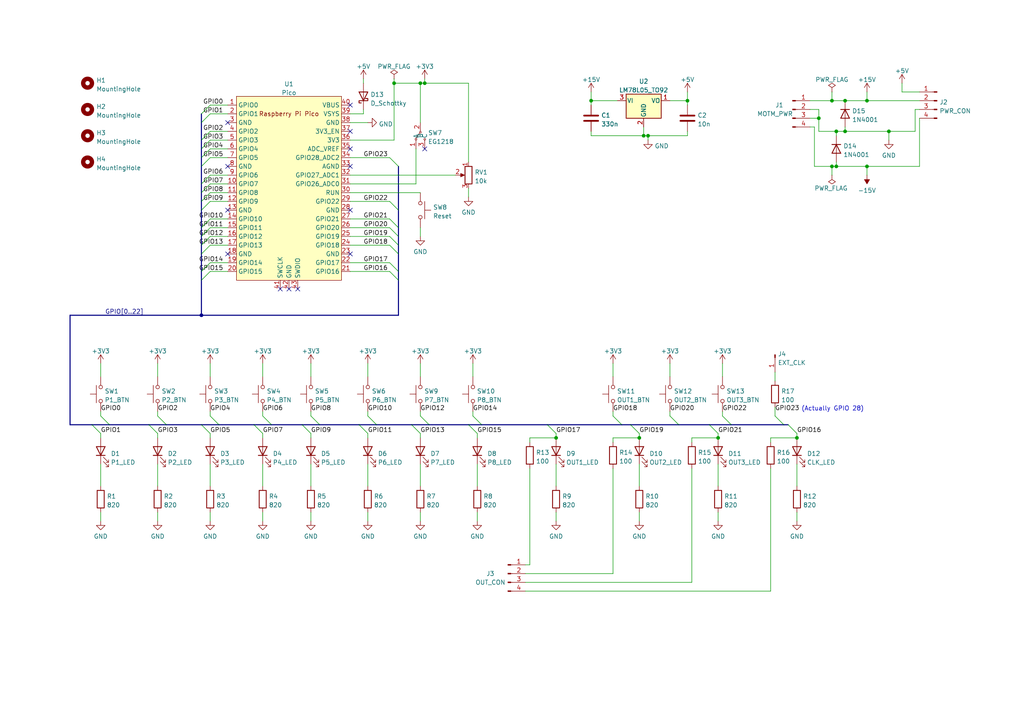
<source format=kicad_sch>
(kicad_sch (version 20211123) (generator eeschema)
  (paper "A4")
  (lib_symbols
    (symbol "Connector:Conn_01x01_Male" (pin_names (offset 1.016) hide)
      (property "Reference" "J" (at 0 2.54 0))
      (property "Value" "Conn_01x01_Male" (at 0 -2.54 0))
      (symbol "Conn_01x01_Male_1_1"
        (polyline (pts (xy 1.27 0) (xy 0.8636 0)) (stroke (width 0.1524)))
        (rectangle (start 0.8636 0.127) (end 0 -0.127) (stroke (width 0.1524)) (fill (type outline)))
        (pin passive line (at 5.08 0 180) (length 3.81) (name "Pin_1") (number "1"))
      )
    )
    (symbol "Connector:Conn_01x04_Male" (pin_names (offset 1.016) hide)
      (property "Reference" "J" (at 0 5.08 0))
      (property "Value" "Conn_01x04_Male" (at 0 -7.62 0))
      (symbol "Conn_01x04_Male_1_1"
        (polyline (pts (xy 1.27 -5.08) (xy 0.8636 -5.08)) (stroke (width 0.1524)))
        (polyline (pts (xy 1.27 -2.54) (xy 0.8636 -2.54)) (stroke (width 0.1524)))
        (polyline (pts (xy 1.27 0) (xy 0.8636 0)) (stroke (width 0.1524)))
        (polyline (pts (xy 1.27 2.54) (xy 0.8636 2.54)) (stroke (width 0.1524)))
        (rectangle (start 0.8636 -4.953) (end 0 -5.207) (stroke (width 0.1524)) (fill (type outline)))
        (rectangle (start 0.8636 -2.413) (end 0 -2.667) (stroke (width 0.1524)) (fill (type outline)))
        (rectangle (start 0.8636 0.127) (end 0 -0.127) (stroke (width 0.1524)) (fill (type outline)))
        (rectangle (start 0.8636 2.667) (end 0 2.413) (stroke (width 0.1524)) (fill (type outline)))
        (pin passive line (at 5.08 2.54 180) (length 3.81) (name "Pin_1") (number "1"))
        (pin passive line (at 5.08 0 180) (length 3.81) (name "Pin_2") (number "2"))
        (pin passive line (at 5.08 -2.54 180) (length 3.81) (name "Pin_3") (number "3"))
        (pin passive line (at 5.08 -5.08 180) (length 3.81) (name "Pin_4") (number "4"))
      )
    )
    (symbol "Device:C" (pin_numbers hide) (pin_names (offset 0.254))
      (property "Reference" "C" (at 0.635 2.54 0))
      (property "Value" "C" (at 0.635 -2.54 0))
      (symbol "C_0_1"
        (polyline (pts (xy -2.032 -0.762) (xy 2.032 -0.762)) (stroke (width 0.508)))
        (polyline (pts (xy -2.032 0.762) (xy 2.032 0.762)) (stroke (width 0.508)))
      )
      (symbol "C_1_1"
        (pin passive line (at 0 3.81 270) (length 2.794) (name "~") (number "1"))
        (pin passive line (at 0 -3.81 90) (length 2.794) (name "~") (number "2"))
      )
    )
    (symbol "Device:D" (pin_numbers hide) (pin_names (offset 1.016) hide)
      (property "Reference" "D" (at 0 2.54 0))
      (property "Value" "D" (at 0 -2.54 0))
      (symbol "D_0_1"
        (polyline (pts (xy -1.27 1.27) (xy -1.27 -1.27)) (stroke (width 0.254)))
        (polyline (pts (xy 1.27 0) (xy -1.27 0)))
        (polyline (pts (xy 1.27 1.27) (xy 1.27 -1.27) (xy -1.27 0) (xy 1.27 1.27)) (stroke (width 0.254)))
      )
      (symbol "D_1_1"
        (pin passive line (at -3.81 0 0) (length 2.54) (name "K") (number "1"))
        (pin passive line (at 3.81 0 180) (length 2.54) (name "A") (number "2"))
      )
    )
    (symbol "Device:D_Schottky" (pin_numbers hide) (pin_names (offset 1.016) hide)
      (property "Reference" "D" (at 0 2.54 0))
      (property "Value" "D_Schottky" (at 0 -2.54 0))
      (symbol "D_Schottky_0_1"
        (polyline (pts (xy 1.27 0) (xy -1.27 0)))
        (polyline (pts (xy 1.27 1.27) (xy 1.27 -1.27) (xy -1.27 0) (xy 1.27 1.27)) (stroke (width 0.254)))
        (polyline (pts (xy -1.905 0.635) (xy -1.905 1.27) (xy -1.27 1.27) (xy -1.27 -1.27) (xy -0.635 -1.27) (xy -0.635 -0.635)) (stroke (width 0.254)))
      )
      (symbol "D_Schottky_1_1"
        (pin passive line (at -3.81 0 0) (length 2.54) (name "K") (number "1"))
        (pin passive line (at 3.81 0 180) (length 2.54) (name "A") (number "2"))
      )
    )
    (symbol "Device:LED" (pin_numbers hide) (pin_names (offset 1.016) hide)
      (property "Reference" "D" (at 0 2.54 0))
      (property "Value" "LED" (at 0 -2.54 0))
      (symbol "LED_0_1"
        (polyline (pts (xy -1.27 -1.27) (xy -1.27 1.27)) (stroke (width 0.254)))
        (polyline (pts (xy -1.27 0) (xy 1.27 0)))
        (polyline (pts (xy 1.27 -1.27) (xy 1.27 1.27) (xy -1.27 0) (xy 1.27 -1.27)) (stroke (width 0.254)))
        (polyline (pts (xy -3.048 -0.762) (xy -4.572 -2.286) (xy -3.81 -2.286) (xy -4.572 -2.286) (xy -4.572 -1.524)))
        (polyline (pts (xy -1.778 -0.762) (xy -3.302 -2.286) (xy -2.54 -2.286) (xy -3.302 -2.286) (xy -3.302 -1.524)))
      )
      (symbol "LED_1_1"
        (pin passive line (at -3.81 0 0) (length 2.54) (name "K") (number "1"))
        (pin passive line (at 3.81 0 180) (length 2.54) (name "A") (number "2"))
      )
    )
    (symbol "Device:R" (pin_numbers hide) (pin_names (offset 0))
      (property "Reference" "R" (at 2.032 0 90))
      (property "Value" "R" (at 0 0 90))
      (symbol "R_0_1"
        (rectangle (start -1.016 -2.54) (end 1.016 2.54) (stroke (width 0.254)))
      )
      (symbol "R_1_1"
        (pin passive line (at 0 3.81 270) (length 1.27) (name "~") (number "1"))
        (pin passive line (at 0 -3.81 90) (length 1.27) (name "~") (number "2"))
      )
    )
    (symbol "Device:R_Potentiometer" (pin_names (offset 1.016) hide)
      (property "Reference" "RV" (at -4.445 0 90))
      (property "Value" "R_Potentiometer" (at -2.54 0 90))
      (symbol "R_Potentiometer_0_1"
        (polyline (pts (xy 2.54 0) (xy 1.524 0)))
        (polyline (pts (xy 1.143 0) (xy 2.286 0.508) (xy 2.286 -0.508) (xy 1.143 0)) (fill (type outline)))
        (rectangle (start 1.016 2.54) (end -1.016 -2.54) (stroke (width 0.254)))
      )
      (symbol "R_Potentiometer_1_1"
        (pin passive line (at 0 3.81 270) (length 1.27) (name "1") (number "1"))
        (pin passive line (at 3.81 0 180) (length 1.27) (name "2") (number "2"))
        (pin passive line (at 0 -3.81 90) (length 1.27) (name "3") (number "3"))
      )
    )
    (symbol "MCU_RaspberryPi_and_Boards:Pico"
      (property "Reference" "U" (at -13.97 27.94 0))
      (property "Value" "Pico" (at 0 19.05 0))
      (symbol "Pico_0_0"
        (text "Raspberry Pi Pico" (at 0 21.59 0) (effects (font (size 1.27 1.27))))
      )
      (symbol "Pico_0_1"
        (rectangle (start -15.24 26.67) (end 15.24 -26.67) (fill (type background)))
      )
      (symbol "Pico_1_1"
        (pin bidirectional line (at -17.78 24.13 0) (length 2.54) (name "GPIO0") (number "1"))
        (pin bidirectional line (at -17.78 1.27 0) (length 2.54) (name "GPIO7") (number "10"))
        (pin bidirectional line (at -17.78 -1.27 0) (length 2.54) (name "GPIO8") (number "11"))
        (pin bidirectional line (at -17.78 -3.81 0) (length 2.54) (name "GPIO9") (number "12"))
        (pin power_in line (at -17.78 -6.35 0) (length 2.54) (name "GND") (number "13"))
        (pin bidirectional line (at -17.78 -8.89 0) (length 2.54) (name "GPIO10") (number "14"))
        (pin bidirectional line (at -17.78 -11.43 0) (length 2.54) (name "GPIO11") (number "15"))
        (pin bidirectional line (at -17.78 -13.97 0) (length 2.54) (name "GPIO12") (number "16"))
        (pin bidirectional line (at -17.78 -16.51 0) (length 2.54) (name "GPIO13") (number "17"))
        (pin power_in line (at -17.78 -19.05 0) (length 2.54) (name "GND") (number "18"))
        (pin bidirectional line (at -17.78 -21.59 0) (length 2.54) (name "GPIO14") (number "19"))
        (pin bidirectional line (at -17.78 21.59 0) (length 2.54) (name "GPIO1") (number "2"))
        (pin bidirectional line (at -17.78 -24.13 0) (length 2.54) (name "GPIO15") (number "20"))
        (pin bidirectional line (at 17.78 -24.13 180) (length 2.54) (name "GPIO16") (number "21"))
        (pin bidirectional line (at 17.78 -21.59 180) (length 2.54) (name "GPIO17") (number "22"))
        (pin power_in line (at 17.78 -19.05 180) (length 2.54) (name "GND") (number "23"))
        (pin bidirectional line (at 17.78 -16.51 180) (length 2.54) (name "GPIO18") (number "24"))
        (pin bidirectional line (at 17.78 -13.97 180) (length 2.54) (name "GPIO19") (number "25"))
        (pin bidirectional line (at 17.78 -11.43 180) (length 2.54) (name "GPIO20") (number "26"))
        (pin bidirectional line (at 17.78 -8.89 180) (length 2.54) (name "GPIO21") (number "27"))
        (pin power_in line (at 17.78 -6.35 180) (length 2.54) (name "GND") (number "28"))
        (pin bidirectional line (at 17.78 -3.81 180) (length 2.54) (name "GPIO22") (number "29"))
        (pin power_in line (at -17.78 19.05 0) (length 2.54) (name "GND") (number "3"))
        (pin input line (at 17.78 -1.27 180) (length 2.54) (name "RUN") (number "30"))
        (pin bidirectional line (at 17.78 1.27 180) (length 2.54) (name "GPIO26_ADC0") (number "31"))
        (pin bidirectional line (at 17.78 3.81 180) (length 2.54) (name "GPIO27_ADC1") (number "32"))
        (pin power_in line (at 17.78 6.35 180) (length 2.54) (name "AGND") (number "33"))
        (pin bidirectional line (at 17.78 8.89 180) (length 2.54) (name "GPIO28_ADC2") (number "34"))
        (pin power_in line (at 17.78 11.43 180) (length 2.54) (name "ADC_VREF") (number "35"))
        (pin power_in line (at 17.78 13.97 180) (length 2.54) (name "3V3") (number "36"))
        (pin input line (at 17.78 16.51 180) (length 2.54) (name "3V3_EN") (number "37"))
        (pin bidirectional line (at 17.78 19.05 180) (length 2.54) (name "GND") (number "38"))
        (pin power_in line (at 17.78 21.59 180) (length 2.54) (name "VSYS") (number "39"))
        (pin bidirectional line (at -17.78 16.51 0) (length 2.54) (name "GPIO2") (number "4"))
        (pin power_in line (at 17.78 24.13 180) (length 2.54) (name "VBUS") (number "40"))
        (pin input line (at -2.54 -29.21 90) (length 2.54) (name "SWCLK") (number "41"))
        (pin power_in line (at 0 -29.21 90) (length 2.54) (name "GND") (number "42"))
        (pin bidirectional line (at 2.54 -29.21 90) (length 2.54) (name "SWDIO") (number "43"))
        (pin bidirectional line (at -17.78 13.97 0) (length 2.54) (name "GPIO3") (number "5"))
        (pin bidirectional line (at -17.78 11.43 0) (length 2.54) (name "GPIO4") (number "6"))
        (pin bidirectional line (at -17.78 8.89 0) (length 2.54) (name "GPIO5") (number "7"))
        (pin power_in line (at -17.78 6.35 0) (length 2.54) (name "GND") (number "8"))
        (pin bidirectional line (at -17.78 3.81 0) (length 2.54) (name "GPIO6") (number "9"))
      )
    )
    (symbol "Mechanical:MountingHole" (pin_names (offset 1.016))
      (property "Reference" "H" (at 0 5.08 0))
      (property "Value" "MountingHole" (at 0 3.175 0))
      (symbol "MountingHole_0_1"
        (circle (center 0 0) (radius 1.27) (stroke (width 1.27)))
      )
    )
    (symbol "Regulator_Linear:LM78L05_TO92" (pin_names (offset 0.254))
      (property "Reference" "U" (at -3.81 3.175 0))
      (property "Value" "LM78L05_TO92" (at 0 3.175 0))
      (symbol "LM78L05_TO92_0_1"
        (rectangle (start -5.08 -5.08) (end 5.08 1.905) (stroke (width 0.254)) (fill (type background)))
      )
      (symbol "LM78L05_TO92_1_1"
        (pin power_out line (at 7.62 0 180) (length 2.54) (name "VO") (number "1"))
        (pin power_in line (at 0 -7.62 90) (length 2.54) (name "GND") (number "2"))
        (pin power_in line (at -7.62 0 0) (length 2.54) (name "VI") (number "3"))
      )
    )
    (symbol "Switch:SW_Push" (pin_numbers hide) (pin_names (offset 1.016) hide)
      (property "Reference" "SW" (at 1.27 2.54 0))
      (property "Value" "SW_Push" (at 0 -1.524 0))
      (symbol "SW_Push_0_1"
        (circle (center -2.032 0) (radius 0.508))
        (polyline (pts (xy 0 1.27) (xy 0 3.048)))
        (polyline (pts (xy 2.54 1.27) (xy -2.54 1.27)))
        (circle (center 2.032 0) (radius 0.508))
        (pin passive line (at -5.08 0 0) (length 2.54) (name "1") (number "1"))
        (pin passive line (at 5.08 0 180) (length 2.54) (name "2") (number "2"))
      )
    )
    (symbol "power:+15V" (power) (pin_names (offset 0))
      (property "Value" "+15V" (at 0 3.556 0))
      (symbol "+15V_0_1"
        (polyline (pts (xy -0.762 1.27) (xy 0 2.54)))
        (polyline (pts (xy 0 0) (xy 0 2.54)))
        (polyline (pts (xy 0 2.54) (xy 0.762 1.27)))
      )
      (symbol "+15V_1_1"
        (pin power_in line (at 0 0 90) (length 0) hide (name "+15V") (number "1"))
      )
    )
    (symbol "power:+3V3" (power) (pin_names (offset 0))
      (property "Value" "+3V3" (at 0 3.556 0))
      (symbol "+3V3_0_1"
        (polyline (pts (xy -0.762 1.27) (xy 0 2.54)))
        (polyline (pts (xy 0 0) (xy 0 2.54)))
        (polyline (pts (xy 0 2.54) (xy 0.762 1.27)))
      )
      (symbol "+3V3_1_1"
        (pin power_in line (at 0 0 90) (length 0) hide (name "+3V3") (number "1"))
      )
    )
    (symbol "power:+5V" (power) (pin_names (offset 0))
      (property "Value" "+5V" (at 0 3.556 0))
      (symbol "+5V_0_1"
        (polyline (pts (xy -0.762 1.27) (xy 0 2.54)))
        (polyline (pts (xy 0 0) (xy 0 2.54)))
        (polyline (pts (xy 0 2.54) (xy 0.762 1.27)))
      )
      (symbol "+5V_1_1"
        (pin power_in line (at 0 0 90) (length 0) hide (name "+5V") (number "1"))
      )
    )
    (symbol "power:-15V" (power) (pin_names (offset 0))
      (property "Value" "-15V" (at 0 3.81 0))
      (symbol "-15V_0_0"
        (pin power_in line (at 0 0 90) (length 0) hide (name "-15V") (number "1"))
      )
      (symbol "-15V_0_1"
        (polyline (pts (xy 0 0) (xy 0 1.27) (xy 0.762 1.27) (xy 0 2.54) (xy -0.762 1.27) (xy 0 1.27)) (fill (type outline)))
      )
    )
    (symbol "power:GND" (power) (pin_names (offset 0))
      (property "Value" "GND" (at 0 -3.81 0))
      (symbol "GND_0_1"
        (polyline (pts (xy 0 0) (xy 0 -1.27) (xy 1.27 -1.27) (xy 0 -2.54) (xy -1.27 -1.27) (xy 0 -1.27)))
      )
      (symbol "GND_1_1"
        (pin power_in line (at 0 0 270) (length 0) hide (name "GND") (number "1"))
      )
    )
    (symbol "power:PWR_FLAG" (power) (pin_numbers hide) (pin_names (offset 0) hide)
      (property "Value" "PWR_FLAG" (at 0 3.81 0))
      (symbol "PWR_FLAG_0_0"
        (pin power_out line (at 0 0 90) (length 0) (name "pwr") (number "1"))
      )
      (symbol "PWR_FLAG_0_1"
        (polyline (pts (xy 0 0) (xy 0 1.27) (xy -1.016 1.905) (xy 0 2.54) (xy 1.016 1.905) (xy 0 1.27)))
      )
    )
    (symbol "slide-switch:EG1218"
      (property "Reference" "SW" (at 0 3.302 0))
      (property "Value" "EG1218" (at 0 -2.54 0))
      (symbol "EG1218_0_1"
        (circle (center -1.016 -1.27) (radius 0.254) (stroke (width 0.1524)))
        (circle (center -1.016 1.27) (radius 0.254) (stroke (width 0.1524)))
        (polyline (pts (xy 0.762 0.254) (xy -0.762 1.27)) (stroke (width 0.1524)))
        (circle (center 1.016 0) (radius 0.254) (stroke (width 0.1524)))
      )
      (symbol "EG1218_1_1"
        (pin passive line (at -3.81 1.27 0) (length 2.54) (name "A") (number "1"))
        (pin passive line (at 3.81 0 180) (length 2.54) (name "B") (number "2"))
        (pin passive line (at -3.81 -1.27 0) (length 2.54) (name "C") (number "3"))
      )
    )
  )
  (junction (at 58.42 91.44))
  (junction (at 242.57 38.1))
  (junction (at 251.46 48.26))
  (junction (at 241.3 29.21))
  (junction (at 237.49 34.29))
  (junction (at 161.29 127))
  (junction (at 187.96 39.37))
  (junction (at 231.14 127))
  (junction (at 171.45 29.21))
  (junction (at 241.3 48.26))
  (junction (at 245.11 29.21))
  (junction (at 199.39 29.21))
  (junction (at 257.81 38.1))
  (junction (at 123.19 24.13))
  (junction (at 251.46 29.21))
  (junction (at 242.57 48.26))
  (junction (at 186.69 39.37))
  (junction (at 121.92 24.13))
  (junction (at 185.42 127))
  (junction (at 208.28 127))
  (junction (at 245.11 38.1))
  (junction (at 114.3 24.13))
  (no_connect (at 86.36 83.82))
  (no_connect (at 81.28 83.82))
  (no_connect (at 83.82 83.82))
  (no_connect (at 123.19 43.18))
  (no_connect (at 66.04 60.96))
  (no_connect (at 66.04 73.66))
  (no_connect (at 101.6 73.66))
  (no_connect (at 101.6 60.96))
  (no_connect (at 66.04 48.26))
  (no_connect (at 66.04 35.56))
  (no_connect (at 101.6 38.1))
  (no_connect (at 101.6 43.18))
  (no_connect (at 101.6 48.26))
  (no_connect (at 101.6 30.48))
  (bus_entry (at 113.03 78.74) (size 2.54 2.54))
  (bus_entry (at 113.03 68.58) (size 2.54 2.54))
  (bus_entry (at 113.03 71.12) (size 2.54 2.54))
  (bus_entry (at 113.03 76.2) (size 2.54 2.54))
  (bus_entry (at 113.03 58.42) (size 2.54 2.54))
  (bus_entry (at 113.03 63.5) (size 2.54 2.54))
  (bus_entry (at 113.03 66.04) (size 2.54 2.54))
  (bus_entry (at 106.68 125.73) (size -2.54 -2.54))
  (bus_entry (at 29.21 125.73) (size -2.54 -2.54))
  (bus_entry (at 60.96 125.73) (size -2.54 -2.54))
  (bus_entry (at 45.72 125.73) (size -2.54 -2.54))
  (bus_entry (at 90.17 125.73) (size -2.54 -2.54))
  (bus_entry (at 76.2 125.73) (size -2.54 -2.54))
  (bus_entry (at 138.43 125.73) (size -2.54 -2.54))
  (bus_entry (at 121.92 125.73) (size -2.54 -2.54))
  (bus_entry (at 224.79 120.65) (size 2.54 2.54))
  (bus_entry (at 205.74 123.19) (size 2.54 2.54))
  (bus_entry (at 228.6 123.19) (size 2.54 2.54))
  (bus_entry (at 158.75 123.19) (size 2.54 2.54))
  (bus_entry (at 182.88 123.19) (size 2.54 2.54))
  (bus_entry (at 194.31 120.65) (size 2.54 2.54))
  (bus_entry (at 177.8 120.65) (size 2.54 2.54))
  (bus_entry (at 209.55 120.65) (size 2.54 2.54))
  (bus_entry (at 113.03 45.72) (size 2.54 2.54))
  (bus_entry (at 76.2 120.65) (size 2.54 2.54))
  (bus_entry (at 90.17 120.65) (size 2.54 2.54))
  (bus_entry (at 106.68 120.65) (size 2.54 2.54))
  (bus_entry (at 60.96 120.65) (size 2.54 2.54))
  (bus_entry (at 45.72 120.65) (size 2.54 2.54))
  (bus_entry (at 137.16 120.65) (size 2.54 2.54))
  (bus_entry (at 121.92 120.65) (size 2.54 2.54))
  (bus_entry (at 29.21 120.65) (size 2.54 2.54))
  (bus_entry (at 58.42 40.64) (size 2.54 -2.54))
  (bus_entry (at 58.42 43.18) (size 2.54 -2.54))
  (bus_entry (at 58.42 45.72) (size 2.54 -2.54))
  (bus_entry (at 58.42 48.26) (size 2.54 -2.54))
  (bus_entry (at 58.42 53.34) (size 2.54 -2.54))
  (bus_entry (at 58.42 55.88) (size 2.54 -2.54))
  (bus_entry (at 58.42 33.02) (size 2.54 -2.54))
  (bus_entry (at 58.42 35.56) (size 2.54 -2.54))
  (bus_entry (at 58.42 66.04) (size 2.54 -2.54))
  (bus_entry (at 58.42 68.58) (size 2.54 -2.54))
  (bus_entry (at 58.42 71.12) (size 2.54 -2.54))
  (bus_entry (at 58.42 73.66) (size 2.54 -2.54))
  (bus_entry (at 58.42 78.74) (size 2.54 -2.54))
  (bus_entry (at 58.42 81.28) (size 2.54 -2.54))
  (bus_entry (at 58.42 58.42) (size 2.54 -2.54))
  (bus_entry (at 58.42 60.96) (size 2.54 -2.54))
  (wire (pts (xy 45.72 125.73) (xy 45.72 127)))
  (wire (pts (xy 121.92 119.38) (xy 121.92 120.65)))
  (wire (pts (xy 60.96 148.59) (xy 60.96 151.13)))
  (bus (pts (xy 58.42 60.96) (xy 58.42 66.04)))
  (wire (pts (xy 153.67 128.27) (xy 153.67 127)))
  (wire (pts (xy 199.39 29.21) (xy 199.39 30.48)))
  (bus (pts (xy 58.42 40.64) (xy 58.42 43.18)))
  (wire (pts (xy 121.92 148.59) (xy 121.92 151.13)))
  (wire (pts (xy 106.68 125.73) (xy 106.68 127)))
  (bus (pts (xy 92.71 123.19) (xy 104.14 123.19)))
  (wire (pts (xy 236.22 36.83) (xy 236.22 48.26)))
  (wire (pts (xy 224.79 118.11) (xy 224.79 120.65)))
  (wire (pts (xy 223.52 127) (xy 231.14 127)))
  (bus (pts (xy 58.42 78.74) (xy 58.42 81.28)))
  (wire (pts (xy 60.96 71.12) (xy 66.04 71.12)))
  (wire (pts (xy 265.43 38.1) (xy 265.43 31.75)))
  (wire (pts (xy 29.21 119.38) (xy 29.21 120.65)))
  (wire (pts (xy 209.55 105.41) (xy 209.55 109.22)))
  (bus (pts (xy 58.42 58.42) (xy 58.42 60.96)))
  (bus (pts (xy 212.09 123.19) (xy 227.33 123.19)))
  (wire (pts (xy 241.3 48.26) (xy 242.57 48.26)))
  (wire (pts (xy 200.66 168.91) (xy 152.4 168.91)))
  (wire (pts (xy 101.6 78.74) (xy 113.03 78.74)))
  (wire (pts (xy 60.96 43.18) (xy 66.04 43.18)))
  (bus (pts (xy 48.26 123.19) (xy 58.42 123.19)))
  (bus (pts (xy 58.42 33.02) (xy 58.42 35.56)))
  (wire (pts (xy 177.8 119.38) (xy 177.8 120.65)))
  (wire (pts (xy 208.28 125.73) (xy 208.28 127)))
  (bus (pts (xy 109.22 123.19) (xy 119.38 123.19)))
  (wire (pts (xy 261.62 26.67) (xy 266.7 26.67)))
  (wire (pts (xy 200.66 127) (xy 208.28 127)))
  (wire (pts (xy 90.17 119.38) (xy 90.17 120.65)))
  (wire (pts (xy 106.68 105.41) (xy 106.68 109.22)))
  (bus (pts (xy 124.46 123.19) (xy 135.89 123.19)))
  (wire (pts (xy 45.72 105.41) (xy 45.72 109.22)))
  (wire (pts (xy 177.8 127) (xy 185.42 127)))
  (wire (pts (xy 60.96 119.38) (xy 60.96 120.65)))
  (wire (pts (xy 209.55 119.38) (xy 209.55 120.65)))
  (wire (pts (xy 224.79 107.95) (xy 224.79 110.49)))
  (wire (pts (xy 194.31 29.21) (xy 199.39 29.21)))
  (wire (pts (xy 90.17 125.73) (xy 90.17 127)))
  (wire (pts (xy 76.2 148.59) (xy 76.2 151.13)))
  (bus (pts (xy 182.88 123.19) (xy 196.85 123.19)))
  (bus (pts (xy 73.66 123.19) (xy 78.74 123.19)))
  (wire (pts (xy 60.96 38.1) (xy 66.04 38.1)))
  (wire (pts (xy 199.39 29.21) (xy 199.39 26.67)))
  (wire (pts (xy 171.45 26.67) (xy 171.45 29.21)))
  (wire (pts (xy 60.96 33.02) (xy 66.04 33.02)))
  (wire (pts (xy 177.8 105.41) (xy 177.8 109.22)))
  (bus (pts (xy 180.34 123.19) (xy 182.88 123.19)))
  (wire (pts (xy 231.14 148.59) (xy 231.14 151.13)))
  (wire (pts (xy 60.96 134.62) (xy 60.96 140.97)))
  (wire (pts (xy 76.2 134.62) (xy 76.2 140.97)))
  (wire (pts (xy 251.46 26.67) (xy 251.46 29.21)))
  (wire (pts (xy 137.16 105.41) (xy 137.16 109.22)))
  (bus (pts (xy 20.32 123.19) (xy 26.67 123.19)))
  (wire (pts (xy 223.52 135.89) (xy 223.52 171.45)))
  (bus (pts (xy 63.5 123.19) (xy 73.66 123.19)))
  (wire (pts (xy 171.45 38.1) (xy 171.45 39.37)))
  (wire (pts (xy 194.31 105.41) (xy 194.31 109.22)))
  (wire (pts (xy 123.19 24.13) (xy 123.19 22.86)))
  (bus (pts (xy 119.38 123.19) (xy 124.46 123.19)))
  (wire (pts (xy 29.21 105.41) (xy 29.21 109.22)))
  (wire (pts (xy 60.96 58.42) (xy 66.04 58.42)))
  (wire (pts (xy 234.95 31.75) (xy 237.49 31.75)))
  (wire (pts (xy 121.92 24.13) (xy 121.92 35.56)))
  (wire (pts (xy 114.3 22.86) (xy 114.3 24.13)))
  (wire (pts (xy 185.42 134.62) (xy 185.42 140.97)))
  (wire (pts (xy 161.29 134.62) (xy 161.29 140.97)))
  (wire (pts (xy 231.14 125.73) (xy 231.14 127)))
  (bus (pts (xy 58.42 48.26) (xy 58.42 53.34)))
  (wire (pts (xy 208.28 134.62) (xy 208.28 140.97)))
  (wire (pts (xy 60.96 66.04) (xy 66.04 66.04)))
  (wire (pts (xy 177.8 128.27) (xy 177.8 127)))
  (wire (pts (xy 200.66 135.89) (xy 200.66 168.91)))
  (wire (pts (xy 121.92 66.04) (xy 121.92 68.58)))
  (wire (pts (xy 251.46 29.21) (xy 245.11 29.21)))
  (bus (pts (xy 58.42 66.04) (xy 58.42 68.58)))
  (wire (pts (xy 105.41 31.75) (xy 105.41 33.02)))
  (bus (pts (xy 26.67 123.19) (xy 31.75 123.19)))
  (bus (pts (xy 139.7 123.19) (xy 158.75 123.19)))
  (bus (pts (xy 115.57 48.26) (xy 115.57 60.96)))
  (wire (pts (xy 90.17 105.41) (xy 90.17 109.22)))
  (wire (pts (xy 186.69 39.37) (xy 187.96 39.37)))
  (bus (pts (xy 58.42 81.28) (xy 58.42 91.44)))
  (wire (pts (xy 60.96 68.58) (xy 66.04 68.58)))
  (wire (pts (xy 138.43 134.62) (xy 138.43 140.97)))
  (wire (pts (xy 101.6 40.64) (xy 114.3 40.64)))
  (wire (pts (xy 171.45 39.37) (xy 186.69 39.37)))
  (wire (pts (xy 237.49 34.29) (xy 237.49 38.1)))
  (wire (pts (xy 194.31 119.38) (xy 194.31 120.65)))
  (wire (pts (xy 242.57 38.1) (xy 242.57 39.37)))
  (wire (pts (xy 234.95 36.83) (xy 236.22 36.83)))
  (wire (pts (xy 242.57 46.99) (xy 242.57 48.26)))
  (wire (pts (xy 236.22 48.26) (xy 241.3 48.26)))
  (wire (pts (xy 29.21 134.62) (xy 29.21 140.97)))
  (wire (pts (xy 101.6 58.42) (xy 113.03 58.42)))
  (wire (pts (xy 60.96 45.72) (xy 66.04 45.72)))
  (wire (pts (xy 121.92 125.73) (xy 121.92 127)))
  (wire (pts (xy 45.72 119.38) (xy 45.72 120.65)))
  (wire (pts (xy 199.39 38.1) (xy 199.39 39.37)))
  (wire (pts (xy 101.6 76.2) (xy 113.03 76.2)))
  (wire (pts (xy 135.89 24.13) (xy 135.89 46.99)))
  (wire (pts (xy 199.39 39.37) (xy 187.96 39.37)))
  (wire (pts (xy 177.8 135.89) (xy 177.8 166.37)))
  (bus (pts (xy 20.32 91.44) (xy 20.32 123.19)))
  (wire (pts (xy 251.46 48.26) (xy 251.46 50.8)))
  (bus (pts (xy 227.33 123.19) (xy 228.6 123.19)))
  (wire (pts (xy 60.96 105.41) (xy 60.96 109.22)))
  (bus (pts (xy 58.42 43.18) (xy 58.42 45.72)))
  (wire (pts (xy 101.6 71.12) (xy 113.03 71.12)))
  (wire (pts (xy 90.17 148.59) (xy 90.17 151.13)))
  (wire (pts (xy 45.72 134.62) (xy 45.72 140.97)))
  (wire (pts (xy 257.81 38.1) (xy 257.81 40.64)))
  (bus (pts (xy 43.18 123.19) (xy 48.26 123.19)))
  (wire (pts (xy 76.2 119.38) (xy 76.2 120.65)))
  (wire (pts (xy 123.19 24.13) (xy 135.89 24.13)))
  (wire (pts (xy 106.68 119.38) (xy 106.68 120.65)))
  (wire (pts (xy 90.17 134.62) (xy 90.17 140.97)))
  (bus (pts (xy 58.42 68.58) (xy 58.42 71.12)))
  (wire (pts (xy 120.65 53.34) (xy 120.65 43.18)))
  (wire (pts (xy 101.6 55.88) (xy 121.92 55.88)))
  (wire (pts (xy 76.2 125.73) (xy 76.2 127)))
  (bus (pts (xy 58.42 53.34) (xy 58.42 55.88)))
  (wire (pts (xy 223.52 171.45) (xy 152.4 171.45)))
  (wire (pts (xy 106.68 148.59) (xy 106.68 151.13)))
  (wire (pts (xy 60.96 78.74) (xy 66.04 78.74)))
  (bus (pts (xy 78.74 123.19) (xy 87.63 123.19)))
  (bus (pts (xy 158.75 123.19) (xy 180.34 123.19)))
  (wire (pts (xy 237.49 31.75) (xy 237.49 34.29)))
  (wire (pts (xy 234.95 29.21) (xy 241.3 29.21)))
  (bus (pts (xy 115.57 78.74) (xy 115.57 81.28)))
  (bus (pts (xy 58.42 73.66) (xy 58.42 78.74)))
  (wire (pts (xy 106.68 134.62) (xy 106.68 140.97)))
  (wire (pts (xy 171.45 29.21) (xy 171.45 30.48)))
  (wire (pts (xy 101.6 35.56) (xy 106.68 35.56)))
  (wire (pts (xy 251.46 29.21) (xy 266.7 29.21)))
  (bus (pts (xy 115.57 66.04) (xy 115.57 68.58)))
  (wire (pts (xy 135.89 54.61) (xy 135.89 57.15)))
  (wire (pts (xy 186.69 36.83) (xy 186.69 39.37)))
  (wire (pts (xy 60.96 63.5) (xy 66.04 63.5)))
  (wire (pts (xy 101.6 68.58) (xy 113.03 68.58)))
  (wire (pts (xy 223.52 128.27) (xy 223.52 127)))
  (wire (pts (xy 153.67 127) (xy 161.29 127)))
  (wire (pts (xy 177.8 166.37) (xy 152.4 166.37)))
  (bus (pts (xy 135.89 123.19) (xy 139.7 123.19)))
  (wire (pts (xy 60.96 40.64) (xy 66.04 40.64)))
  (wire (pts (xy 60.96 125.73) (xy 60.96 127)))
  (wire (pts (xy 185.42 125.73) (xy 185.42 127)))
  (wire (pts (xy 60.96 76.2) (xy 66.04 76.2)))
  (wire (pts (xy 245.11 29.21) (xy 241.3 29.21)))
  (wire (pts (xy 60.96 30.48) (xy 66.04 30.48)))
  (bus (pts (xy 104.14 123.19) (xy 109.22 123.19)))
  (bus (pts (xy 115.57 73.66) (xy 115.57 78.74)))
  (bus (pts (xy 87.63 123.19) (xy 92.71 123.19)))
  (bus (pts (xy 115.57 71.12) (xy 115.57 73.66)))
  (wire (pts (xy 76.2 105.41) (xy 76.2 109.22)))
  (bus (pts (xy 58.42 45.72) (xy 58.42 48.26)))
  (wire (pts (xy 138.43 148.59) (xy 138.43 151.13)))
  (bus (pts (xy 58.42 71.12) (xy 58.42 73.66)))
  (wire (pts (xy 114.3 24.13) (xy 114.3 40.64)))
  (wire (pts (xy 121.92 24.13) (xy 123.19 24.13)))
  (wire (pts (xy 60.96 50.8) (xy 66.04 50.8)))
  (wire (pts (xy 121.92 134.62) (xy 121.92 140.97)))
  (wire (pts (xy 208.28 148.59) (xy 208.28 151.13)))
  (wire (pts (xy 234.95 34.29) (xy 237.49 34.29)))
  (wire (pts (xy 152.4 163.83) (xy 153.67 163.83)))
  (bus (pts (xy 115.57 81.28) (xy 115.57 91.44)))
  (wire (pts (xy 266.7 34.29) (xy 266.7 48.26)))
  (wire (pts (xy 242.57 38.1) (xy 245.11 38.1)))
  (wire (pts (xy 101.6 63.5) (xy 113.03 63.5)))
  (wire (pts (xy 237.49 38.1) (xy 242.57 38.1)))
  (wire (pts (xy 45.72 148.59) (xy 45.72 151.13)))
  (wire (pts (xy 121.92 105.41) (xy 121.92 109.22)))
  (wire (pts (xy 245.11 38.1) (xy 257.81 38.1)))
  (wire (pts (xy 153.67 135.89) (xy 153.67 163.83)))
  (bus (pts (xy 58.42 55.88) (xy 58.42 58.42)))
  (wire (pts (xy 138.43 125.73) (xy 138.43 127)))
  (bus (pts (xy 58.42 91.44) (xy 20.32 91.44)))
  (wire (pts (xy 231.14 134.62) (xy 231.14 140.97)))
  (wire (pts (xy 114.3 24.13) (xy 121.92 24.13)))
  (wire (pts (xy 60.96 55.88) (xy 66.04 55.88)))
  (wire (pts (xy 185.42 148.59) (xy 185.42 151.13)))
  (bus (pts (xy 58.42 91.44) (xy 115.57 91.44)))
  (wire (pts (xy 161.29 125.73) (xy 161.29 127)))
  (wire (pts (xy 241.3 29.21) (xy 241.3 26.67)))
  (bus (pts (xy 31.75 123.19) (xy 43.18 123.19)))
  (wire (pts (xy 101.6 45.72) (xy 113.03 45.72)))
  (wire (pts (xy 105.41 22.86) (xy 105.41 24.13)))
  (wire (pts (xy 251.46 48.26) (xy 266.7 48.26)))
  (wire (pts (xy 137.16 119.38) (xy 137.16 120.65)))
  (wire (pts (xy 101.6 33.02) (xy 105.41 33.02)))
  (wire (pts (xy 265.43 31.75) (xy 266.7 31.75)))
  (wire (pts (xy 29.21 125.73) (xy 29.21 127)))
  (wire (pts (xy 29.21 148.59) (xy 29.21 151.13)))
  (wire (pts (xy 101.6 50.8) (xy 132.08 50.8)))
  (wire (pts (xy 171.45 29.21) (xy 179.07 29.21)))
  (wire (pts (xy 187.96 39.37) (xy 187.96 40.64)))
  (wire (pts (xy 245.11 36.83) (xy 245.11 38.1)))
  (wire (pts (xy 200.66 128.27) (xy 200.66 127)))
  (wire (pts (xy 242.57 48.26) (xy 251.46 48.26)))
  (bus (pts (xy 205.74 123.19) (xy 212.09 123.19)))
  (bus (pts (xy 58.42 123.19) (xy 63.5 123.19)))
  (bus (pts (xy 115.57 68.58) (xy 115.57 71.12)))
  (wire (pts (xy 60.96 53.34) (xy 66.04 53.34)))
  (bus (pts (xy 58.42 35.56) (xy 58.42 40.64)))
  (wire (pts (xy 261.62 24.13) (xy 261.62 26.67)))
  (wire (pts (xy 257.81 38.1) (xy 265.43 38.1)))
  (wire (pts (xy 161.29 148.59) (xy 161.29 151.13)))
  (wire (pts (xy 101.6 66.04) (xy 113.03 66.04)))
  (wire (pts (xy 101.6 53.34) (xy 120.65 53.34)))
  (bus (pts (xy 196.85 123.19) (xy 205.74 123.19)))
  (wire (pts (xy 241.3 48.26) (xy 241.3 50.8)))
  (bus (pts (xy 115.57 60.96) (xy 115.57 66.04)))
  (text "(Actually GPIO 28)" (at 232.41 119.38 0) (effects (font (size 1.27 1.27)) (justify left bottom)))
  (label "GPIO5" (at 60.96 125.73 0))
  (label "GPIO[0..22]" (at 30.48 91.44 0))
  (label "GPIO0" (at 64.77 30.48 180))
  (label "GPIO14" (at 137.16 119.38 0))
  (label "GPIO22" (at 209.55 119.38 0))
  (label "GPIO10" (at 64.77 63.5 180))
  (label "GPIO23" (at 224.79 119.38 0))
  (label "GPIO3" (at 45.72 125.73 0))
  (label "GPIO10" (at 106.68 119.38 0))
  (label "GPIO6" (at 64.77 50.8 180))
  (label "GPIO17" (at 161.29 125.73 0))
  (label "GPIO15" (at 64.77 78.74 180))
  (label "GPIO12" (at 64.77 68.58 180))
  (label "GPIO19" (at 105.41 68.58 0))
  (label "GPIO0" (at 29.21 119.38 0))
  (label "GPIO21" (at 105.41 63.5 0))
  (label "GPIO17" (at 105.41 76.2 0))
  (label "GPIO18" (at 105.41 71.12 0))
  (label "GPIO20" (at 105.41 66.04 0))
  (label "GPIO3" (at 64.77 40.64 180))
  (label "GPIO1" (at 29.21 125.73 0))
  (label "GPIO8" (at 90.17 119.38 0))
  (label "GPIO4" (at 64.77 43.18 180))
  (label "GPIO7" (at 64.77 53.34 180))
  (label "GPIO12" (at 121.92 119.38 0))
  (label "GPIO22" (at 105.41 58.42 0))
  (label "GPIO2" (at 64.77 38.1 180))
  (label "GPIO2" (at 45.72 119.38 0))
  (label "GPIO8" (at 64.77 55.88 180))
  (label "GPIO15" (at 138.43 125.73 0))
  (label "GPIO13" (at 64.77 71.12 180))
  (label "GPIO9" (at 64.77 58.42 180))
  (label "GPIO14" (at 64.77 76.2 180))
  (label "GPIO23" (at 105.41 45.72 0))
  (label "GPIO21" (at 208.28 125.73 0))
  (label "GPIO19" (at 185.42 125.73 0))
  (label "GPIO16" (at 105.41 78.74 0))
  (label "GPIO5" (at 64.77 45.72 180))
  (label "GPIO4" (at 60.96 119.38 0))
  (label "GPIO13" (at 121.92 125.73 0))
  (label "GPIO20" (at 194.31 119.38 0))
  (label "GPIO6" (at 76.2 119.38 0))
  (label "GPIO18" (at 177.8 119.38 0))
  (label "GPIO16" (at 231.14 125.73 0))
  (label "GPIO7" (at 76.2 125.73 0))
  (label "GPIO11" (at 106.68 125.73 0))
  (label "GPIO11" (at 64.77 66.04 180))
  (label "GPIO9" (at 90.17 125.73 0))
  (label "GPIO1" (at 64.77 33.02 180))
  (symbol (lib_id "Switch:SW_Push") (at 90.17 114.3 90) (unit 1)
    (property "Reference" "SW5" (at 91.313 113.4653 90) (effects (justify right)))
    (property "Value" "P5_BTN" (at 91.313 116.0022 90) (effects (justify right)))
    (property "Footprint" "Button_Switch_THT:SW_PUSH_6mm" (effects hide))
  )
  (symbol (lib_id "Device:C") (at 171.45 34.29 0) (unit 1)
    (property "Reference" "C1" (at 174.371 33.4553 0) (effects (justify left)))
    (property "Value" "330n" (at 174.371 35.9922 0) (effects (justify left)))
    (property "Footprint" "Capacitor_THT:C_Disc_D3.8mm_W2.6mm_P2.50mm" (effects hide))
  )
  (symbol (lib_id "Device:LED") (at 121.92 130.81 90) (unit 1)
    (property "Reference" "D7" (at 124.841 131.5628 90) (effects (justify right)))
    (property "Value" "P7_LED" (at 124.841 134.0997 90) (effects (justify right)))
    (property "Footprint" "LED_THT:LED_D3.0mm" (effects hide))
  )
  (symbol (lib_id "Device:R") (at 223.52 132.08 0) (unit 1)
    (property "Reference" "R16" (at 225.298 131.2453 0) (effects (justify left)))
    (property "Value" "100" (at 225.298 133.7822 0) (effects (justify left)))
    (property "Footprint" "Resistor_THT:R_Axial_DIN0207_L6.3mm_D2.5mm_P7.62mm_Horizontal" (effects hide))
  )
  (symbol (lib_id "Device:D_Schottky") (at 105.41 27.94 90) (unit 1)
    (property "Reference" "D13" (at 107.442 27.4228 90) (effects (justify right)))
    (property "Value" "D_Schottky" (at 107.442 29.9597 90) (effects (justify right)))
    (property "Footprint" "Diode_THT:D_DO-34_SOD68_P7.62mm_Horizontal" (effects hide))
  )
  (symbol (lib_id "Device:LED") (at 76.2 130.81 90) (unit 1)
    (property "Reference" "D4" (at 79.121 131.5628 90) (effects (justify right)))
    (property "Value" "P4_LED" (at 79.121 134.0997 90) (effects (justify right)))
    (property "Footprint" "LED_THT:LED_D3.0mm" (effects hide))
  )
  (symbol (lib_id "Switch:SW_Push") (at 29.21 114.3 90) (unit 1)
    (property "Reference" "SW1" (at 30.353 113.4653 90) (effects (justify right)))
    (property "Value" "P1_BTN" (at 30.353 116.0022 90) (effects (justify right)))
    (property "Footprint" "Button_Switch_THT:SW_PUSH_6mm" (effects hide))
  )
  (symbol (lib_id "Switch:SW_Push") (at 60.96 114.3 90) (unit 1)
    (property "Reference" "SW3" (at 62.103 113.4653 90) (effects (justify right)))
    (property "Value" "P3_BTN" (at 62.103 116.0022 90) (effects (justify right)))
    (property "Footprint" "Button_Switch_THT:SW_PUSH_6mm" (effects hide))
  )
  (symbol (lib_id "Device:R") (at 76.2 144.78 0) (unit 1)
    (property "Reference" "R4" (at 77.978 143.9453 0) (effects (justify left)))
    (property "Value" "820" (at 77.978 146.4822 0) (effects (justify left)))
    (property "Footprint" "Resistor_THT:R_Axial_DIN0207_L6.3mm_D2.5mm_P7.62mm_Horizontal" (effects hide))
  )
  (symbol (lib_id "power:GND") (at 185.42 151.13 0) (unit 1)
    (property "Reference" "#PWR026" (effects hide))
    (property "Value" "GND" (at 185.42 155.5734 0))
  )
  (symbol (lib_id "power:GND") (at 161.29 151.13 0) (unit 1)
    (property "Reference" "#PWR024" (effects hide))
    (property "Value" "GND" (at 161.29 155.5734 0))
  )
  (symbol (lib_id "Device:R") (at 208.28 144.78 0) (unit 1)
    (property "Reference" "R11" (at 210.058 143.9453 0) (effects (justify left)))
    (property "Value" "820" (at 210.058 146.4822 0) (effects (justify left)))
    (property "Footprint" "Resistor_THT:R_Axial_DIN0207_L6.3mm_D2.5mm_P7.62mm_Horizontal" (effects hide))
  )
  (symbol (lib_id "Switch:SW_Push") (at 106.68 114.3 90) (unit 1)
    (property "Reference" "SW6" (at 107.823 113.4653 90) (effects (justify right)))
    (property "Value" "P6_BTN" (at 107.823 116.0022 90) (effects (justify right)))
    (property "Footprint" "Button_Switch_THT:SW_PUSH_6mm" (effects hide))
  )
  (symbol (lib_id "power:+3V3") (at 76.2 105.41 0) (unit 1)
    (property "Reference" "#PWR07" (effects hide))
    (property "Value" "+3V3" (at 76.2 101.8342 0))
  )
  (symbol (lib_id "Device:R") (at 161.29 144.78 0) (unit 1)
    (property "Reference" "R9" (at 163.068 143.9453 0) (effects (justify left)))
    (property "Value" "820" (at 163.068 146.4822 0) (effects (justify left)))
    (property "Footprint" "Resistor_THT:R_Axial_DIN0207_L6.3mm_D2.5mm_P7.62mm_Horizontal" (effects hide))
  )
  (symbol (lib_id "Device:LED") (at 45.72 130.81 90) (unit 1)
    (property "Reference" "D2" (at 48.641 131.5628 90) (effects (justify right)))
    (property "Value" "P2_LED" (at 48.641 134.0997 90) (effects (justify right)))
    (property "Footprint" "LED_THT:LED_D3.0mm" (effects hide))
  )
  (symbol (lib_id "Device:R") (at 106.68 144.78 0) (unit 1)
    (property "Reference" "R6" (at 108.458 143.9453 0) (effects (justify left)))
    (property "Value" "820" (at 108.458 146.4822 0) (effects (justify left)))
    (property "Footprint" "Resistor_THT:R_Axial_DIN0207_L6.3mm_D2.5mm_P7.62mm_Horizontal" (effects hide))
  )
  (symbol (lib_id "Connector:Conn_01x04_Male") (at 271.78 29.21 0) (mirror y) (unit 1)
    (property "Reference" "J2" (at 272.4912 29.6453 0) (effects (justify right)))
    (property "Value" "PWR_CON" (at 272.4912 32.1822 0) (effects (justify right)))
    (property "Footprint" "Connector_PinHeader_2.54mm:PinHeader_1x04_P2.54mm_Vertical" (effects hide))
  )
  (symbol (lib_id "power:+5V") (at 105.41 22.86 0) (unit 1)
    (property "Reference" "#PWR0102" (effects hide))
    (property "Value" "+5V" (at 105.41 19.2842 0))
  )
  (symbol (lib_id "Device:R") (at 224.79 114.3 0) (unit 1)
    (property "Reference" "R17" (at 226.568 113.4653 0) (effects (justify left)))
    (property "Value" "100" (at 226.568 116.0022 0) (effects (justify left)))
    (property "Footprint" "Resistor_THT:R_Axial_DIN0207_L6.3mm_D2.5mm_P7.62mm_Horizontal" (effects hide))
  )
  (symbol (lib_id "power:GND") (at 187.96 40.64 0) (unit 1)
    (property "Reference" "#PWR0103" (effects hide))
    (property "Value" "GND" (at 189.865 42.3438 0) (effects (justify left)))
  )
  (symbol (lib_id "Device:R") (at 138.43 144.78 0) (unit 1)
    (property "Reference" "R8" (at 140.208 143.9453 0) (effects (justify left)))
    (property "Value" "820" (at 140.208 146.4822 0) (effects (justify left)))
    (property "Footprint" "Resistor_THT:R_Axial_DIN0207_L6.3mm_D2.5mm_P7.62mm_Horizontal" (effects hide))
  )
  (symbol (lib_id "Regulator_Linear:LM78L05_TO92") (at 186.69 29.21 0) (unit 1)
    (property "Reference" "U2" (at 186.69 23.6052 0))
    (property "Value" "LM78L05_TO92" (at 186.69 26.1421 0))
    (property "Footprint" "Package_TO_SOT_THT:TO-92_Inline" (effects hide))
    (property "Datasheet" "https://www.onsemi.com/pub/Collateral/MC78L06A-D.pdf" (effects hide))
  )
  (symbol (lib_id "Device:R") (at 29.21 144.78 0) (unit 1)
    (property "Reference" "R1" (at 30.988 143.9453 0) (effects (justify left)))
    (property "Value" "820" (at 30.988 146.4822 0) (effects (justify left)))
    (property "Footprint" "Resistor_THT:R_Axial_DIN0207_L6.3mm_D2.5mm_P7.62mm_Horizontal" (effects hide))
  )
  (symbol (lib_id "power:GND") (at 76.2 151.13 0) (unit 1)
    (property "Reference" "#PWR08" (effects hide))
    (property "Value" "GND" (at 76.2 155.5734 0))
  )
  (symbol (lib_id "power:GND") (at 106.68 151.13 0) (unit 1)
    (property "Reference" "#PWR013" (effects hide))
    (property "Value" "GND" (at 106.68 155.5734 0))
  )
  (symbol (lib_id "Device:LED") (at 138.43 130.81 90) (unit 1)
    (property "Reference" "D8" (at 141.351 131.5628 90) (effects (justify right)))
    (property "Value" "P8_LED" (at 141.351 134.0997 90) (effects (justify right)))
    (property "Footprint" "LED_THT:LED_D3.0mm" (effects hide))
  )
  (symbol (lib_id "Device:R") (at 185.42 144.78 0) (unit 1)
    (property "Reference" "R10" (at 187.198 143.9453 0) (effects (justify left)))
    (property "Value" "820" (at 187.198 146.4822 0) (effects (justify left)))
    (property "Footprint" "Resistor_THT:R_Axial_DIN0207_L6.3mm_D2.5mm_P7.62mm_Horizontal" (effects hide))
  )
  (symbol (lib_id "Device:R_Potentiometer") (at 135.89 50.8 0) (mirror y) (unit 1)
    (property "Reference" "RV1" (at 137.668 49.9653 0) (effects (justify right)))
    (property "Value" "10k" (at 137.668 52.5022 0) (effects (justify right)))
    (property "Footprint" "Potentiometer_THT:Potentiometer_Bourns_PTV09A-1_Single_Vertical" (effects hide))
  )
  (symbol (lib_id "power:+5V") (at 261.62 24.13 0) (unit 1)
    (property "Reference" "#PWR0107" (effects hide))
    (property "Value" "+5V" (at 261.62 20.5542 0))
  )
  (symbol (lib_id "Device:R") (at 200.66 132.08 0) (unit 1)
    (property "Reference" "R15" (at 202.438 131.2453 0) (effects (justify left)))
    (property "Value" "100" (at 202.438 133.7822 0) (effects (justify left)))
    (property "Footprint" "Resistor_THT:R_Axial_DIN0207_L6.3mm_D2.5mm_P7.62mm_Horizontal" (effects hide))
  )
  (symbol (lib_id "Switch:SW_Push") (at 209.55 114.3 90) (unit 1)
    (property "Reference" "SW13" (at 210.693 113.4653 90) (effects (justify right)))
    (property "Value" "OUT3_BTN" (at 210.693 116.0022 90) (effects (justify right)))
    (property "Footprint" "Button_Switch_THT:SW_PUSH_6mm" (effects hide))
  )
  (symbol (lib_id "Connector:Conn_01x01_Male") (at 224.79 102.87 270) (unit 1)
    (property "Reference" "J4" (at 225.6282 102.6703 90) (effects (justify left)))
    (property "Value" "EXT_CLK" (at 225.6282 105.2072 90) (effects (justify left)))
    (property "Footprint" "Connector_PinHeader_2.54mm:PinHeader_1x01_P2.54mm_Vertical" (effects hide))
  )
  (symbol (lib_id "Device:D") (at 242.57 43.18 270) (unit 1)
    (property "Reference" "D14" (at 244.602 42.3453 90) (effects (justify left)))
    (property "Value" "1N4001" (at 244.602 44.8822 90) (effects (justify left)))
    (property "Footprint" "Diode_THT:D_DO-34_SOD68_P7.62mm_Horizontal" (effects hide))
  )
  (symbol (lib_id "power:+3V3") (at 194.31 105.41 0) (unit 1)
    (property "Reference" "#PWR025" (effects hide))
    (property "Value" "+3V3" (at 194.31 101.8342 0))
  )
  (symbol (lib_id "Device:LED") (at 231.14 130.81 90) (unit 1)
    (property "Reference" "D12" (at 234.061 131.5628 90) (effects (justify right)))
    (property "Value" "CLK_LED" (at 234.061 134.0997 90) (effects (justify right)))
    (property "Footprint" "LED_THT:LED_D3.0mm" (effects hide))
  )
  (symbol (lib_id "power:GND") (at 135.89 57.15 0) (unit 1)
    (property "Reference" "#PWR020" (effects hide))
    (property "Value" "GND" (at 135.89 61.5934 0))
  )
  (symbol (lib_id "Switch:SW_Push") (at 121.92 60.96 270) (unit 1)
    (property "Reference" "SW8" (at 125.603 60.1253 90) (effects (justify left)))
    (property "Value" "Reset" (at 125.603 62.6622 90) (effects (justify left)))
    (property "Footprint" "Button_Switch_THT:SW_PUSH_6mm" (effects hide))
  )
  (symbol (lib_id "Device:LED") (at 90.17 130.81 90) (unit 1)
    (property "Reference" "D5" (at 93.091 131.5628 90) (effects (justify right)))
    (property "Value" "P5_LED" (at 93.091 134.0997 90) (effects (justify right)))
    (property "Footprint" "LED_THT:LED_D3.0mm" (effects hide))
  )
  (symbol (lib_id "power:+15V") (at 251.46 26.67 0) (unit 1)
    (property "Reference" "#PWR0106" (effects hide))
    (property "Value" "+15V" (at 251.46 23.0942 0))
  )
  (symbol (lib_id "power:GND") (at 257.81 40.64 0) (unit 1)
    (property "Reference" "#PWR0109" (effects hide))
    (property "Value" "GND" (at 257.81 45.0834 0))
  )
  (symbol (lib_id "slide-switch:EG1218") (at 121.92 39.37 90) (unit 1)
    (property "Reference" "SW7" (at 124.1552 38.5353 90) (effects (justify right)))
    (property "Value" "EG1218" (at 124.1552 41.0722 90) (effects (justify right)))
    (property "Footprint" "slide-switch:slide_switch_e61218" (effects hide))
  )
  (symbol (lib_id "power:GND") (at 45.72 151.13 0) (unit 1)
    (property "Reference" "#PWR04" (effects hide))
    (property "Value" "GND" (at 45.72 155.5734 0))
  )
  (symbol (lib_id "Mechanical:MountingHole") (at 25.4 39.37 0) (unit 1)
    (property "Reference" "H3" (at 27.94 38.5353 0) (effects (justify left)))
    (property "Value" "MountingHole" (at 27.94 41.0722 0) (effects (justify left)))
    (property "Footprint" "MountingHole:MountingHole_2.7mm_M2.5" (effects hide))
  )
  (symbol (lib_id "Switch:SW_Push") (at 194.31 114.3 90) (unit 1)
    (property "Reference" "SW12" (at 195.453 113.4653 90) (effects (justify right)))
    (property "Value" "OUT2_BTN" (at 195.453 116.0022 90) (effects (justify right)))
    (property "Footprint" "Button_Switch_THT:SW_PUSH_6mm" (effects hide))
  )
  (symbol (lib_id "Switch:SW_Push") (at 137.16 114.3 90) (unit 1)
    (property "Reference" "SW10" (at 138.303 113.4653 90) (effects (justify right)))
    (property "Value" "P8_BTN" (at 138.303 116.0022 90) (effects (justify right)))
    (property "Footprint" "Button_Switch_THT:SW_PUSH_6mm" (effects hide))
  )
  (symbol (lib_id "power:PWR_FLAG") (at 241.3 26.67 0) (unit 1)
    (property "Reference" "#FLG0103" (effects hide))
    (property "Value" "PWR_FLAG" (at 241.3 23.0942 0))
  )
  (symbol (lib_id "power:+3V3") (at 137.16 105.41 0) (unit 1)
    (property "Reference" "#PWR021" (effects hide))
    (property "Value" "+3V3" (at 137.16 101.8342 0))
  )
  (symbol (lib_id "power:GND") (at 106.68 35.56 90) (unit 1)
    (property "Reference" "#PWR014" (effects hide))
    (property "Value" "GND" (at 109.855 35.9938 90) (effects (justify right)))
  )
  (symbol (lib_id "power:PWR_FLAG") (at 114.3 22.86 0) (unit 1)
    (property "Reference" "#FLG0102" (effects hide))
    (property "Value" "PWR_FLAG" (at 114.3 19.2842 0))
  )
  (symbol (lib_id "power:+3V3") (at 209.55 105.41 0) (unit 1)
    (property "Reference" "#PWR027" (effects hide))
    (property "Value" "+3V3" (at 209.55 101.8342 0))
  )
  (symbol (lib_id "power:+3V3") (at 90.17 105.41 0) (unit 1)
    (property "Reference" "#PWR09" (effects hide))
    (property "Value" "+3V3" (at 90.17 101.8342 0))
  )
  (symbol (lib_id "power:GND") (at 121.92 151.13 0) (unit 1)
    (property "Reference" "#PWR018" (effects hide))
    (property "Value" "GND" (at 121.92 155.5734 0))
  )
  (symbol (lib_id "power:GND") (at 29.21 151.13 0) (unit 1)
    (property "Reference" "#PWR02" (effects hide))
    (property "Value" "GND" (at 29.21 155.5734 0))
  )
  (symbol (lib_id "Mechanical:MountingHole") (at 25.4 24.13 0) (unit 1)
    (property "Reference" "H1" (at 27.94 23.2953 0) (effects (justify left)))
    (property "Value" "MountingHole" (at 27.94 25.8322 0) (effects (justify left)))
    (property "Footprint" "MountingHole:MountingHole_2.7mm_M2.5" (effects hide))
  )
  (symbol (lib_id "Device:R") (at 90.17 144.78 0) (unit 1)
    (property "Reference" "R5" (at 91.948 143.9453 0) (effects (justify left)))
    (property "Value" "820" (at 91.948 146.4822 0) (effects (justify left)))
    (property "Footprint" "Resistor_THT:R_Axial_DIN0207_L6.3mm_D2.5mm_P7.62mm_Horizontal" (effects hide))
  )
  (symbol (lib_id "power:+3V3") (at 123.19 22.86 0) (unit 1)
    (property "Reference" "#PWR015" (effects hide))
    (property "Value" "+3V3" (at 123.19 19.2842 0))
  )
  (symbol (lib_id "Switch:SW_Push") (at 76.2 114.3 90) (unit 1)
    (property "Reference" "SW4" (at 77.343 113.4653 90) (effects (justify right)))
    (property "Value" "P4_BTN" (at 77.343 116.0022 90) (effects (justify right)))
    (property "Footprint" "Button_Switch_THT:SW_PUSH_6mm" (effects hide))
  )
  (symbol (lib_id "Switch:SW_Push") (at 45.72 114.3 90) (unit 1)
    (property "Reference" "SW2" (at 46.863 113.4653 90) (effects (justify right)))
    (property "Value" "P2_BTN" (at 46.863 116.0022 90) (effects (justify right)))
    (property "Footprint" "Button_Switch_THT:SW_PUSH_6mm" (effects hide))
  )
  (symbol (lib_id "power:+3V3") (at 121.92 105.41 0) (unit 1)
    (property "Reference" "#PWR017" (effects hide))
    (property "Value" "+3V3" (at 121.92 101.8342 0))
  )
  (symbol (lib_id "Device:R") (at 177.8 132.08 0) (unit 1)
    (property "Reference" "R14" (at 179.578 131.2453 0) (effects (justify left)))
    (property "Value" "100" (at 179.578 133.7822 0) (effects (justify left)))
    (property "Footprint" "Resistor_THT:R_Axial_DIN0207_L6.3mm_D2.5mm_P7.62mm_Horizontal" (effects hide))
  )
  (symbol (lib_id "Device:LED") (at 29.21 130.81 90) (unit 1)
    (property "Reference" "D1" (at 32.131 131.5628 90) (effects (justify right)))
    (property "Value" "P1_LED" (at 32.131 134.0997 90) (effects (justify right)))
    (property "Footprint" "LED_THT:LED_D3.0mm" (effects hide))
  )
  (symbol (lib_id "power:GND") (at 60.96 151.13 0) (unit 1)
    (property "Reference" "#PWR06" (effects hide))
    (property "Value" "GND" (at 60.96 155.5734 0))
  )
  (symbol (lib_id "Device:R") (at 45.72 144.78 0) (unit 1)
    (property "Reference" "R2" (at 47.498 143.9453 0) (effects (justify left)))
    (property "Value" "820" (at 47.498 146.4822 0) (effects (justify left)))
    (property "Footprint" "Resistor_THT:R_Axial_DIN0207_L6.3mm_D2.5mm_P7.62mm_Horizontal" (effects hide))
  )
  (symbol (lib_id "Device:LED") (at 161.29 130.81 90) (unit 1)
    (property "Reference" "D9" (at 164.211 131.5628 90) (effects (justify right)))
    (property "Value" "OUT1_LED" (at 164.211 134.0997 90) (effects (justify right)))
    (property "Footprint" "LED_THT:LED_D3.0mm" (effects hide))
  )
  (symbol (lib_id "Connector:Conn_01x04_Male") (at 147.32 166.37 0) (unit 1)
    (property "Reference" "J3" (at 142.24 166.37 0))
    (property "Value" "OUT_CON" (at 142.24 168.91 0))
    (property "Footprint" "Connector_PinHeader_2.54mm:PinHeader_1x04_P2.54mm_Vertical" (effects hide))
  )
  (symbol (lib_id "power:+3V3") (at 29.21 105.41 0) (unit 1)
    (property "Reference" "#PWR01" (effects hide))
    (property "Value" "+3V3" (at 29.21 101.8342 0))
  )
  (symbol (lib_id "power:+5V") (at 199.39 26.67 0) (unit 1)
    (property "Reference" "#PWR0105" (effects hide))
    (property "Value" "+5V" (at 199.39 23.0942 0))
  )
  (symbol (lib_id "Mechanical:MountingHole") (at 25.4 31.75 0) (unit 1)
    (property "Reference" "H2" (at 27.94 30.9153 0) (effects (justify left)))
    (property "Value" "MountingHole" (at 27.94 33.4522 0) (effects (justify left)))
    (property "Footprint" "MountingHole:MountingHole_2.7mm_M2.5" (effects hide))
  )
  (symbol (lib_id "Switch:SW_Push") (at 177.8 114.3 90) (unit 1)
    (property "Reference" "SW11" (at 178.943 113.4653 90) (effects (justify right)))
    (property "Value" "OUT1_BTN" (at 178.943 116.0022 90) (effects (justify right)))
    (property "Footprint" "Button_Switch_THT:SW_PUSH_6mm" (effects hide))
  )
  (symbol (lib_id "Device:R") (at 60.96 144.78 0) (unit 1)
    (property "Reference" "R3" (at 62.738 143.9453 0) (effects (justify left)))
    (property "Value" "820" (at 62.738 146.4822 0) (effects (justify left)))
    (property "Footprint" "Resistor_THT:R_Axial_DIN0207_L6.3mm_D2.5mm_P7.62mm_Horizontal" (effects hide))
  )
  (symbol (lib_id "power:+3V3") (at 106.68 105.41 0) (unit 1)
    (property "Reference" "#PWR012" (effects hide))
    (property "Value" "+3V3" (at 106.68 101.8342 0))
  )
  (symbol (lib_id "power:+15V") (at 171.45 26.67 0) (unit 1)
    (property "Reference" "#PWR0104" (effects hide))
    (property "Value" "+15V" (at 171.45 23.0942 0))
  )
  (symbol (lib_id "Switch:SW_Push") (at 121.92 114.3 90) (unit 1)
    (property "Reference" "SW9" (at 123.063 113.4653 90) (effects (justify right)))
    (property "Value" "P7_BTN" (at 123.063 116.0022 90) (effects (justify right)))
    (property "Footprint" "Button_Switch_THT:SW_PUSH_6mm" (effects hide))
  )
  (symbol (lib_id "Mechanical:MountingHole") (at 25.4 46.99 0) (unit 1)
    (property "Reference" "H4" (at 27.94 46.1553 0) (effects (justify left)))
    (property "Value" "MountingHole" (at 27.94 48.6922 0) (effects (justify left)))
    (property "Footprint" "MountingHole:MountingHole_2.7mm_M2.5" (effects hide))
  )
  (symbol (lib_id "Device:R") (at 231.14 144.78 0) (unit 1)
    (property "Reference" "R12" (at 232.918 143.9453 0) (effects (justify left)))
    (property "Value" "820" (at 232.918 146.4822 0) (effects (justify left)))
    (property "Footprint" "Resistor_THT:R_Axial_DIN0207_L6.3mm_D2.5mm_P7.62mm_Horizontal" (effects hide))
  )
  (symbol (lib_id "power:PWR_FLAG") (at 241.3 50.8 180) (unit 1)
    (property "Reference" "#FLG0101" (effects hide))
    (property "Value" "PWR_FLAG" (at 236.22 54.61 0) (effects (justify right)))
  )
  (symbol (lib_id "power:GND") (at 121.92 68.58 0) (unit 1)
    (property "Reference" "#PWR016" (effects hide))
    (property "Value" "GND" (at 121.92 73.0234 0))
  )
  (symbol (lib_id "Device:LED") (at 106.68 130.81 90) (unit 1)
    (property "Reference" "D6" (at 109.601 131.5628 90) (effects (justify right)))
    (property "Value" "P6_LED" (at 109.601 134.0997 90) (effects (justify right)))
    (property "Footprint" "LED_THT:LED_D3.0mm" (effects hide))
  )
  (symbol (lib_id "power:+3V3") (at 45.72 105.41 0) (unit 1)
    (property "Reference" "#PWR03" (effects hide))
    (property "Value" "+3V3" (at 45.72 101.8342 0))
  )
  (symbol (lib_id "Device:LED") (at 60.96 130.81 90) (unit 1)
    (property "Reference" "D3" (at 63.881 131.5628 90) (effects (justify right)))
    (property "Value" "P3_LED" (at 63.881 134.0997 90) (effects (justify right)))
    (property "Footprint" "LED_THT:LED_D3.0mm" (effects hide))
  )
  (symbol (lib_id "Device:LED") (at 185.42 130.81 90) (unit 1)
    (property "Reference" "D10" (at 188.341 131.5628 90) (effects (justify right)))
    (property "Value" "OUT2_LED" (at 188.341 134.0997 90) (effects (justify right)))
    (property "Footprint" "LED_THT:LED_D3.0mm" (effects hide))
  )
  (symbol (lib_id "Device:D") (at 245.11 33.02 270) (unit 1)
    (property "Reference" "D15" (at 247.142 32.1853 90) (effects (justify left)))
    (property "Value" "1N4001" (at 247.142 34.7222 90) (effects (justify left)))
    (property "Footprint" "Diode_THT:D_DO-34_SOD68_P7.62mm_Horizontal" (effects hide))
  )
  (symbol (lib_id "power:GND") (at 138.43 151.13 0) (unit 1)
    (property "Reference" "#PWR022" (effects hide))
    (property "Value" "GND" (at 138.43 155.5734 0))
  )
  (symbol (lib_id "power:GND") (at 90.17 151.13 0) (unit 1)
    (property "Reference" "#PWR0101" (effects hide))
    (property "Value" "GND" (at 90.17 155.5734 0))
  )
  (symbol (lib_id "power:-15V") (at 251.46 50.8 180) (unit 1)
    (property "Reference" "#PWR0108" (effects hide))
    (property "Value" "-15V" (at 251.46 55.2434 0))
  )
  (symbol (lib_id "Device:R") (at 121.92 144.78 0) (unit 1)
    (property "Reference" "R7" (at 123.698 143.9453 0) (effects (justify left)))
    (property "Value" "820" (at 123.698 146.4822 0) (effects (justify left)))
    (property "Footprint" "Resistor_THT:R_Axial_DIN0207_L6.3mm_D2.5mm_P7.62mm_Horizontal" (effects hide))
  )
  (symbol (lib_id "power:+3V3") (at 60.96 105.41 0) (unit 1)
    (property "Reference" "#PWR05" (effects hide))
    (property "Value" "+3V3" (at 60.96 101.8342 0))
  )
  (symbol (lib_id "power:GND") (at 231.14 151.13 0) (unit 1)
    (property "Reference" "#PWR029" (effects hide))
    (property "Value" "GND" (at 231.14 155.5734 0))
  )
  (symbol (lib_id "power:+3V3") (at 177.8 105.41 0) (unit 1)
    (property "Reference" "#PWR023" (effects hide))
    (property "Value" "+3V3" (at 177.8 101.8342 0))
  )
  (symbol (lib_id "Device:LED") (at 208.28 130.81 90) (unit 1)
    (property "Reference" "D11" (at 211.201 131.5628 90) (effects (justify right)))
    (property "Value" "OUT3_LED" (at 211.201 134.0997 90) (effects (justify right)))
    (property "Footprint" "LED_THT:LED_D3.0mm" (effects hide))
  )
  (symbol (lib_id "Device:C") (at 199.39 34.29 0) (unit 1)
    (property "Reference" "C2" (at 202.311 33.4553 0) (effects (justify left)))
    (property "Value" "10n" (at 202.311 35.9922 0) (effects (justify left)))
    (property "Footprint" "Capacitor_THT:C_Disc_D3.8mm_W2.6mm_P2.50mm" (effects hide))
  )
  (symbol (lib_id "Connector:Conn_01x04_Male") (at 229.87 31.75 0) (unit 1)
    (property "Reference" "J1" (at 226.06 30.48 0))
    (property "Value" "MOTM_PWR" (at 224.79 33.02 0))
    (property "Footprint" "connector_motm:connector_motm" (effects hide))
  )
  (symbol (lib_id "MCU_RaspberryPi_and_Boards:Pico") (at 83.82 54.61 0) (unit 1)
    (property "Reference" "U1" (at 83.82 24.3672 0))
    (property "Value" "Pico" (at 83.82 26.9041 0))
    (property "Footprint" "MCU_RaspberryPi_and_Boards:RPi_Pico_SMD_TH" (effects hide))
  )
  (symbol (lib_id "power:GND") (at 208.28 151.13 0) (unit 1)
    (property "Reference" "#PWR028" (effects hide))
    (property "Value" "GND" (at 208.28 155.5734 0))
  )
  (symbol (lib_id "Device:R") (at 153.67 132.08 0) (unit 1)
    (property "Reference" "R13" (at 155.448 131.2453 0) (effects (justify left)))
    (property "Value" "100" (at 155.448 133.7822 0) (effects (justify left)))
    (property "Footprint" "Resistor_THT:R_Axial_DIN0207_L6.3mm_D2.5mm_P7.62mm_Horizontal" (effects hide))
  )
)
</source>
